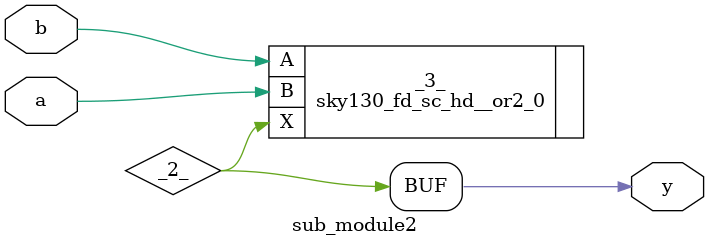
<source format=v>
/* Generated by Yosys 0.32+63 (git sha1 86df114a3, gcc 11.4.0-1ubuntu1~22.04 -fPIC -Os) */

module multiple_modules(a, b, c, y);
  input a;
  wire a;
  input b;
  wire b;
  input c;
  wire c;
  wire net1;
  output y;
  wire y;
  sub_module1 u1 (
    .a(a),
    .b(b),
    .y(net1)
  );
  sub_module2 u2 (
    .a(net1),
    .b(c),
    .y(y)
  );
endmodule

module sub_module1(a, b, y);
  wire _0_;
  wire _1_;
  wire _2_;
  input a;
  wire a;
  input b;
  wire b;
  output y;
  wire y;
  sky130_fd_sc_hd__and2_0 _3_ (
    .A(_1_),
    .B(_0_),
    .X(_2_)
  );
  assign _1_ = b;
  assign _0_ = a;
  assign y = _2_;
endmodule

module sub_module2(a, b, y);
  wire _0_;
  wire _1_;
  wire _2_;
  input a;
  wire a;
  input b;
  wire b;
  output y;
  wire y;
  sky130_fd_sc_hd__or2_0 _3_ (
    .A(_1_),
    .B(_0_),
    .X(_2_)
  );
  assign _1_ = b;
  assign _0_ = a;
  assign y = _2_;
endmodule

</source>
